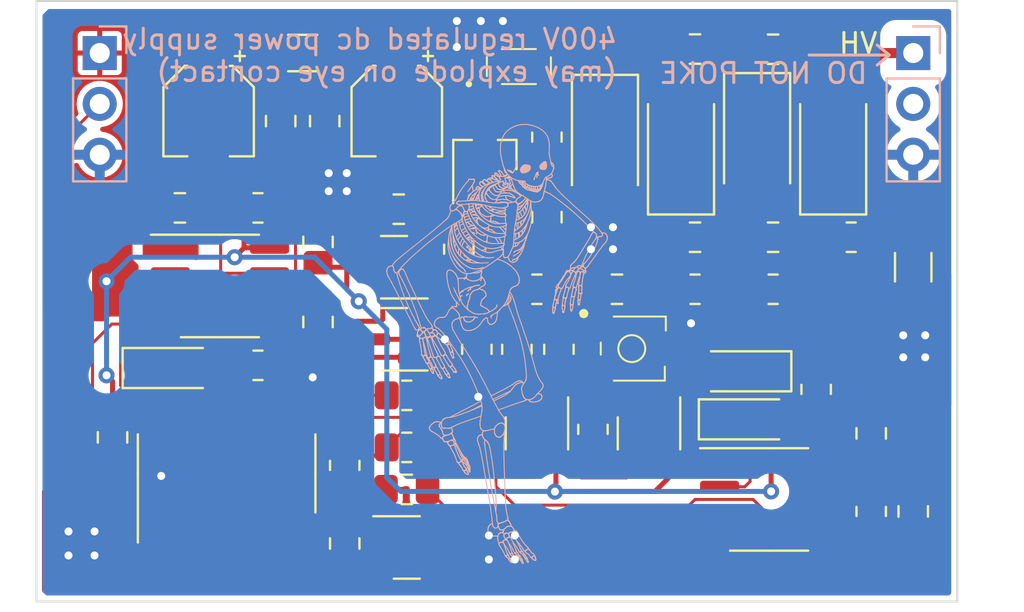
<source format=kicad_pcb>
(kicad_pcb (version 20221018) (generator pcbnew)

  (general
    (thickness 1.6)
  )

  (paper "A4")
  (layers
    (0 "F.Cu" signal)
    (31 "B.Cu" signal)
    (32 "B.Adhes" user "B.Adhesive")
    (33 "F.Adhes" user "F.Adhesive")
    (34 "B.Paste" user)
    (35 "F.Paste" user)
    (36 "B.SilkS" user "B.Silkscreen")
    (37 "F.SilkS" user "F.Silkscreen")
    (38 "B.Mask" user)
    (39 "F.Mask" user)
    (40 "Dwgs.User" user "User.Drawings")
    (41 "Cmts.User" user "User.Comments")
    (42 "Eco1.User" user "User.Eco1")
    (43 "Eco2.User" user "User.Eco2")
    (44 "Edge.Cuts" user)
    (45 "Margin" user)
    (46 "B.CrtYd" user "B.Courtyard")
    (47 "F.CrtYd" user "F.Courtyard")
    (48 "B.Fab" user)
    (49 "F.Fab" user)
    (50 "User.1" user)
    (51 "User.2" user)
    (52 "User.3" user)
    (53 "User.4" user)
    (54 "User.5" user)
    (55 "User.6" user)
    (56 "User.7" user)
    (57 "User.8" user)
    (58 "User.9" user)
  )

  (setup
    (stackup
      (layer "F.SilkS" (type "Top Silk Screen"))
      (layer "F.Paste" (type "Top Solder Paste"))
      (layer "F.Mask" (type "Top Solder Mask") (thickness 0.01))
      (layer "F.Cu" (type "copper") (thickness 0.035))
      (layer "dielectric 1" (type "core") (thickness 1.51) (material "FR4") (epsilon_r 4.5) (loss_tangent 0.02))
      (layer "B.Cu" (type "copper") (thickness 0.035))
      (layer "B.Mask" (type "Bottom Solder Mask") (thickness 0.01))
      (layer "B.Paste" (type "Bottom Solder Paste"))
      (layer "B.SilkS" (type "Bottom Silk Screen"))
      (copper_finish "None")
      (dielectric_constraints no)
    )
    (pad_to_mask_clearance 0)
    (pcbplotparams
      (layerselection 0x00010fc_ffffffff)
      (plot_on_all_layers_selection 0x0000000_00000000)
      (disableapertmacros false)
      (usegerberextensions true)
      (usegerberattributes true)
      (usegerberadvancedattributes true)
      (creategerberjobfile false)
      (dashed_line_dash_ratio 12.000000)
      (dashed_line_gap_ratio 3.000000)
      (svgprecision 4)
      (plotframeref false)
      (viasonmask false)
      (mode 1)
      (useauxorigin false)
      (hpglpennumber 1)
      (hpglpenspeed 20)
      (hpglpendiameter 15.000000)
      (dxfpolygonmode true)
      (dxfimperialunits true)
      (dxfusepcbnewfont true)
      (psnegative false)
      (psa4output false)
      (plotreference true)
      (plotvalue true)
      (plotinvisibletext false)
      (sketchpadsonfab false)
      (subtractmaskfromsilk true)
      (outputformat 1)
      (mirror false)
      (drillshape 0)
      (scaleselection 1)
      (outputdirectory "gerber/")
    )
  )

  (net 0 "")
  (net 1 "VCC")
  (net 2 "GND")
  (net 3 "/VPR")
  (net 4 "Net-(C5-Pad1)")
  (net 5 "VPP")
  (net 6 "/VTR_SEC")
  (net 7 "/GATE")
  (net 8 "Net-(D2-K)")
  (net 9 "/VFEED")
  (net 10 "Net-(D3-K)")
  (net 11 "Net-(D1-K)")
  (net 12 "Net-(C9-Pad1)")
  (net 13 "/VERR")
  (net 14 "Net-(D4-K)")
  (net 15 "/ENABLE")
  (net 16 "unconnected-(J2-Pin_2-Pad2)")
  (net 17 "/RFEED_H")
  (net 18 "Net-(Q2-B)")
  (net 19 "Net-(Q2-E)")
  (net 20 "/SR_Q")
  (net 21 "/EN_LINE")
  (net 22 "/SR_R")
  (net 23 "/SR_NQ")
  (net 24 "/SR_S")
  (net 25 "Net-(U5-CV)")
  (net 26 "Net-(D5-K)")
  (net 27 "Net-(C19-Pad1)")
  (net 28 "Net-(D6-K)")
  (net 29 "Net-(D6-A)")
  (net 30 "Net-(D7-K)")
  (net 31 "/MOS_D")
  (net 32 "Net-(U1-+)")
  (net 33 "Net-(U1--)")
  (net 34 "Net-(U2-+)")
  (net 35 "Net-(U6A-+)")
  (net 36 "Net-(U6B-+)")
  (net 37 "Net-(U3-Pad2)")

  (footprint "Capacitor_SMD:C_0805_2012Metric_Pad1.18x1.45mm_HandSolder" (layer "F.Cu") (at 158.6 42 90))

  (footprint "Resistor_SMD:R_0805_2012Metric_Pad1.20x1.40mm_HandSolder" (layer "F.Cu") (at 140.9 37.8 -90))

  (footprint "Resistor_SMD:R_0805_2012Metric_Pad1.20x1.40mm_HandSolder" (layer "F.Cu") (at 149.8 34.8 180))

  (footprint "Package_TO_SOT_SMD:SOT-23-5" (layer "F.Cu") (at 147.5 42 -90))

  (footprint "Resistor_SMD:R_0805_2012Metric_Pad1.20x1.40mm_HandSolder" (layer "F.Cu") (at 144.7 41.8 90))

  (footprint "Capacitor_SMD:C_0805_2012Metric_Pad1.18x1.45mm_HandSolder" (layer "F.Cu") (at 120.7 42.2 -90))

  (footprint "Capacitor_SMD:C_0805_2012Metric_Pad1.18x1.45mm_HandSolder" (layer "F.Cu") (at 130.965 36.435 -90))

  (footprint "Package_SO:SOIC-8_3.9x4.9mm_P1.27mm" (layer "F.Cu") (at 126.065 34.635))

  (footprint "Capacitor_SMD:C_0805_2012Metric_Pad1.18x1.45mm_HandSolder" (layer "F.Cu") (at 153.7 22.81))

  (footprint "Package_TO_SOT_SMD:SOT-23" (layer "F.Cu") (at 135.4 47.7))

  (footprint "Diode_SMD:D_SOD-123" (layer "F.Cu") (at 152.25 38.9 180))

  (footprint "Diode_SMD:D_SMA" (layer "F.Cu") (at 149.1 27.555 90))

  (footprint "Resistor_SMD:R_0805_2012Metric_Pad1.20x1.40mm_HandSolder" (layer "F.Cu") (at 135.4 40.1))

  (footprint "Resistor_SMD:R_0805_2012Metric_Pad1.20x1.40mm_HandSolder" (layer "F.Cu") (at 155.85 39.8 90))

  (footprint "Resistor_SMD:R_0805_2012Metric_Pad1.20x1.40mm_HandSolder" (layer "F.Cu") (at 157.6 32.2))

  (footprint "lcsc_misc:VG039NCHXTB222" (layer "F.Cu") (at 149.340139 37.815139 -90))

  (footprint "Resistor_SMD:R_1206_3216Metric_Pad1.30x1.75mm_HandSolder" (layer "F.Cu") (at 130.2 23))

  (footprint "Capacitor_SMD:C_0805_2012Metric_Pad1.18x1.45mm_HandSolder" (layer "F.Cu") (at 129.1 26.4 -90))

  (footprint "Resistor_SMD:R_0805_2012Metric_Pad1.20x1.40mm_HandSolder" (layer "F.Cu") (at 132.3 43.6 -90))

  (footprint "Diode_SMD:D_SOD-123" (layer "F.Cu") (at 152.35 41.3))

  (footprint "Resistor_SMD:R_0805_2012Metric_Pad1.20x1.40mm_HandSolder" (layer "F.Cu") (at 143 37.8 -90))

  (footprint "Package_SO:SOIC-14_3.9x8.7mm_P1.27mm" (layer "F.Cu") (at 126.4 44 90))

  (footprint "Diode_SMD:D_SOD-123" (layer "F.Cu") (at 123.565 38.735))

  (footprint "Resistor_SMD:R_0805_2012Metric_Pad1.20x1.40mm_HandSolder" (layer "F.Cu") (at 135.4 42.7))

  (footprint "Capacitor_SMD:C_0805_2012Metric_Pad1.18x1.45mm_HandSolder" (layer "F.Cu") (at 132.3 47.5 -90))

  (footprint "Package_TO_SOT_SMD:SOT-23" (layer "F.Cu") (at 134.7625 33.7 180))

  (footprint "Package_TO_SOT_SMD:SOT-23" (layer "F.Cu") (at 134.7625 37.3 180))

  (footprint "Diode_SMD:D_SMA" (layer "F.Cu") (at 145.3 27.6 -90))

  (footprint "lcsc_misc:ATB322524-0110-T000" (layer "F.Cu") (at 141 23.7))

  (footprint "Package_SO:SOIC-8_3.9x4.9mm_P1.27mm" (layer "F.Cu") (at 153.5 45.3))

  (footprint "Capacitor_SMD:C_1206_3216Metric_Pad1.33x1.80mm_HandSolder" (layer "F.Cu") (at 160.7 33.7 -90))

  (footprint "Capacitor_SMD:C_0805_2012Metric_Pad1.18x1.45mm_HandSolder" (layer "F.Cu") (at 149.8 32.2))

  (footprint "Capacitor_SMD:C_0805_2012Metric_Pad1.18x1.45mm_HandSolder" (layer "F.Cu") (at 149.8 22.8))

  (footprint "Capacitor_SMD:C_0805_2012Metric_Pad1.18x1.45mm_HandSolder" (layer "F.Cu") (at 135.4 44.8 180))

  (footprint "Capacitor_SMD:C_0805_2012Metric_Pad1.18x1.45mm_HandSolder" (layer "F.Cu") (at 153.7 32.2))

  (footprint "Diode_SMD:D_SMA" (layer "F.Cu") (at 156.7 27.555 90))

  (footprint "Capacitor_SMD:CP_Elec_4x5.4" (layer "F.Cu") (at 125.5 25.9 -90))

  (footprint "Capacitor_SMD:C_0805_2012Metric_Pad1.18x1.45mm_HandSolder" (layer "F.Cu") (at 142.4 31.2 -90))

  (footprint "Capacitor_SMD:C_0805_2012Metric_Pad1.18x1.45mm_HandSolder" (layer "F.Cu") (at 145.9 34.8 180))

  (footprint "Resistor_SMD:R_0805_2012Metric_Pad1.20x1.40mm_HandSolder" (layer "F.Cu") (at 138.9 37.8 -90))

  (footprint "Resistor_SMD:R_0805_2012Metric_Pad1.20x1.40mm_HandSolder" (layer "F.Cu") (at 158.6 45.9 90))

  (footprint "Resistor_SMD:R_0805_2012Metric_Pad1.20x1.40mm_HandSolder" (layer "F.Cu") (at 141.9 34.8))

  (footprint "Diode_SMD:D_SMA" (layer "F.Cu") (at 152.9 27.51 -90))

  (footprint "Resistor_SMD:R_0805_2012Metric_Pad1.20x1.40mm_HandSolder" (layer "F.Cu") (at 138 32.8 90))

  (footprint "Resistor_SMD:R_0805_2012Metric_Pad1.20x1.40mm_HandSolder" (layer "F.Cu") (at 127.965 38.6))

  (footprint "Capacitor_SMD:CP_Elec_4x5.4" (layer "F.Cu") (at 134.9 25.9 -90))

  (footprint "Resistor_SMD:R_0805_2012Metric_Pad1.20x1.40mm_HandSolder" (layer "F.Cu") (at 142.4 27.2 -90))

  (footprint "Capacitor_SMD:C_0805_2012Metric_Pad1.18x1.45mm_HandSolder" (layer "F.Cu") (at 160.7 45.9 90))

  (footprint "Capacitor_SMD:C_0805_2012Metric_Pad1.18x1.45mm_HandSolder" (layer "F.Cu") (at 131.3 26.4 -90))

  (footprint "Capacitor_SMD:C_0805_2012Metric_Pad1.18x1.45mm_HandSolder" (layer "F.Cu") (at 124.065 30.735 180))

  (footprint "Capacitor_SMD:C_0805_2012Metric_Pad1.18x1.45mm_HandSolder" (layer "F.Cu")
    (tstamp dfd04d1b-a8e1-4999-96d0-7313441bf5f4)
    (at 135 30.8 180)
    (descr "Capacitor SMD 0805 (2012 Metric), square (rectangular) end terminal, IPC_7351 nominal with elongated pad for handsoldering. (Body size source: IPC-SM-782 page 76, https://www.pcb-3d.com/wordpress/wp-content/uploads/ipc-sm-782a_amendment_1_and_2.pdf, https://docs.google.com/spreadsheets/d/1BsfQQcO9C6DZCsRaXUlFlo91Tg2WpOkGARC1WS5S8t0/edit?usp=sharing), generated with kicad-footprint-generator")
    (tags "capacitor handsolder")
    (property "LCSC" "C1710")
    (property "Sheetfile" "geiger_counter.kicad_sch")
    (property "Sheetname" "")
    (property "ki_description" "Unpolarized capacitor, small symbol")
    (property "ki_keywords" "capacitor cap")
    (path "/7402e223-b305-49b2-b47f-
... [6506856 chars truncated]
</source>
